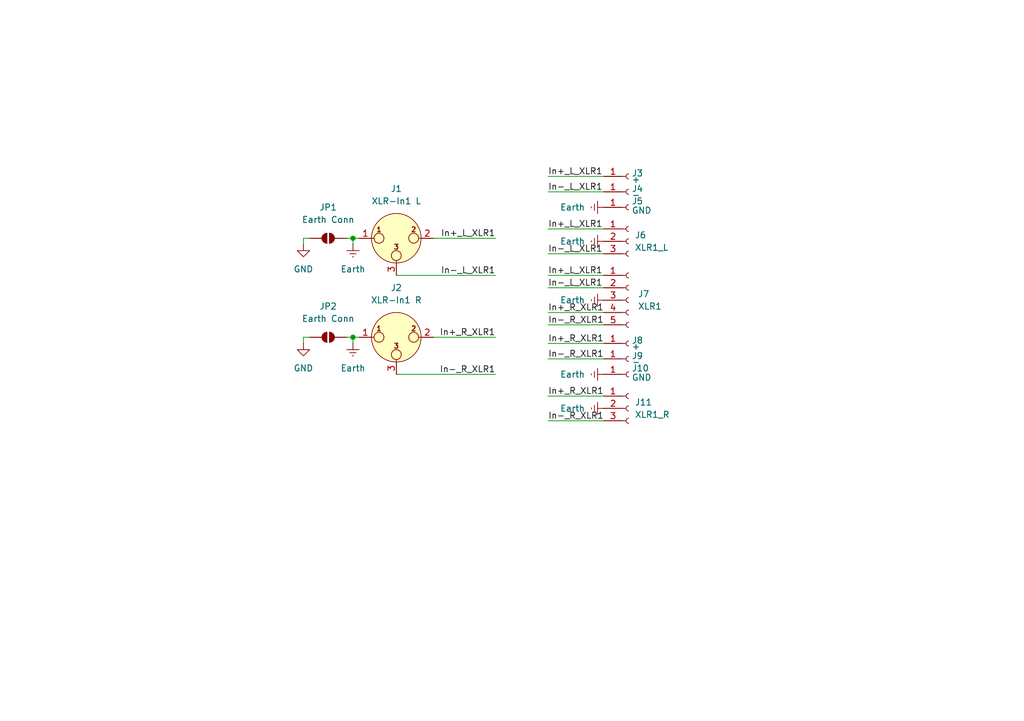
<source format=kicad_sch>
(kicad_sch (version 20250114) (generator "eeschema") (generator_version "9.0")
  (paper "A5")
  (lib_symbols
    (symbol "Connector:Conn_01x01_Socket" (pin_names (offset 1.016) (hide yes))
      (property "Reference" "J" (at 0 2.54 0))
      (property "Value" "Conn_01x01_Socket" (at 0 -2.54 0))
      (symbol "Conn_01x01_Socket_1_1"
        (polyline (pts (xy -1.27 0) (xy -0.508 0)) (stroke (width 0.1524)))
        (arc (start 0 -0.508) (mid -0.5058 0) (end 0 0.508) (stroke (width 0.1524)))
        (pin passive line (at -5.08 0 0) (length 3.81) (name "Pin_1") (number "1"))
      )
    )
    (symbol "Connector:Conn_01x03_Socket" (pin_names (offset 1.016) (hide yes))
      (property "Reference" "J" (at 0 5.08 0))
      (property "Value" "Conn_01x03_Socket" (at 0 -5.08 0))
      (symbol "Conn_01x03_Socket_1_1"
        (polyline (pts (xy -1.27 2.54) (xy -0.508 2.54)) (stroke (width 0.1524)))
        (polyline (pts (xy -1.27 0) (xy -0.508 0)) (stroke (width 0.1524)))
        (polyline (pts (xy -1.27 -2.54) (xy -0.508 -2.54)) (stroke (width 0.1524)))
        (arc (start 0 2.032) (mid -0.5058 2.54) (end 0 3.048) (stroke (width 0.1524)))
        (arc (start 0 -0.508) (mid -0.5058 0) (end 0 0.508) (stroke (width 0.1524)))
        (arc (start 0 -3.048) (mid -0.5058 -2.54) (end 0 -2.032) (stroke (width 0.1524)))
        (pin passive line (at -5.08 2.54 0) (length 3.81) (name "Pin_1") (number "1"))
        (pin passive line (at -5.08 0 0) (length 3.81) (name "Pin_2") (number "2"))
        (pin passive line (at -5.08 -2.54 0) (length 3.81) (name "Pin_3") (number "3"))
      )
    )
    (symbol "Connector:Conn_01x05_Socket" (pin_names (offset 1.016) (hide yes))
      (property "Reference" "J" (at 0 7.62 0))
      (property "Value" "Conn_01x05_Socket" (at 0 -7.62 0))
      (symbol "Conn_01x05_Socket_1_1"
        (polyline (pts (xy -1.27 5.08) (xy -0.508 5.08)) (stroke (width 0.1524)))
        (polyline (pts (xy -1.27 2.54) (xy -0.508 2.54)) (stroke (width 0.1524)))
        (polyline (pts (xy -1.27 0) (xy -0.508 0)) (stroke (width 0.1524)))
        (polyline (pts (xy -1.27 -2.54) (xy -0.508 -2.54)) (stroke (width 0.1524)))
        (polyline (pts (xy -1.27 -5.08) (xy -0.508 -5.08)) (stroke (width 0.1524)))
        (arc (start 0 4.572) (mid -0.5058 5.08) (end 0 5.588) (stroke (width 0.1524)))
        (arc (start 0 2.032) (mid -0.5058 2.54) (end 0 3.048) (stroke (width 0.1524)))
        (arc (start 0 -0.508) (mid -0.5058 0) (end 0 0.508) (stroke (width 0.1524)))
        (arc (start 0 -3.048) (mid -0.5058 -2.54) (end 0 -2.032) (stroke (width 0.1524)))
        (arc (start 0 -5.588) (mid -0.5058 -5.08) (end 0 -4.572) (stroke (width 0.1524)))
        (pin passive line (at -5.08 5.08 0) (length 3.81) (name "Pin_1") (number "1"))
        (pin passive line (at -5.08 2.54 0) (length 3.81) (name "Pin_2") (number "2"))
        (pin passive line (at -5.08 0 0) (length 3.81) (name "Pin_3") (number "3"))
        (pin passive line (at -5.08 -2.54 0) (length 3.81) (name "Pin_4") (number "4"))
        (pin passive line (at -5.08 -5.08 0) (length 3.81) (name "Pin_5") (number "5"))
      )
    )
    (symbol "Connector_Audio:NC3FAH1" (pin_names (hide yes))
      (property "Reference" "J" (at 0 8.89 0))
      (property "Value" "NC3FAH1" (at 0 6.35 0))
      (symbol "NC3FAH1_0_1"
        (polyline (pts (xy -5.08 0) (xy -4.572 0)))
        (circle (center -3.556 0) (radius 1.016))
        (circle (center 0 0) (radius 5.08) (fill (type background)))
        (circle (center 0 -3.556) (radius 1.016))
        (polyline (pts (xy 0 -5.08) (xy 0 -4.572)))
        (circle (center 3.556 0) (radius 1.016))
        (polyline (pts (xy 5.08 0) (xy 4.572 0)))
        (text "1" (at -3.556 1.778 0) (effects (font (size 1.016 1.016) (bold yes))))
        (text "3" (at 0 -1.778 0) (effects (font (size 1.016 1.016) (bold yes))))
        (text "2" (at 3.556 1.778 0) (effects (font (size 1.016 1.016) (bold yes))))
        (pin passive line (at -7.62 0 0) (length 2.54) (name "~") (number "1"))
        (pin passive line (at 0 -7.62 90) (length 2.54) (name "~") (number "3"))
        (pin passive line (at 7.62 0 180) (length 2.54) (name "~") (number "2"))
      )
    )
    (symbol "Jumper:SolderJumper_2_Open" (pin_numbers (hide yes)) (pin_names (offset 0) (hide yes)) (exclude_from_sim yes) (in_bom no)
      (property "Reference" "JP" (at 0 2.032 0))
      (property "Value" "SolderJumper_2_Open" (at 0 -2.54 0))
      (symbol "SolderJumper_2_Open_0_1"
        (polyline (pts (xy -0.254 1.016) (xy -0.254 -1.016)))
        (arc (start -0.254 -1.016) (mid -1.2656 0) (end -0.254 1.016))
        (arc (start -0.254 -1.016) (mid -1.2656 0) (end -0.254 1.016) (fill (type outline)))
        (arc (start 0.254 1.016) (mid 1.2656 0) (end 0.254 -1.016))
        (arc (start 0.254 1.016) (mid 1.2656 0) (end 0.254 -1.016) (fill (type outline)))
        (polyline (pts (xy 0.254 1.016) (xy 0.254 -1.016)))
      )
      (symbol "SolderJumper_2_Open_1_1"
        (pin passive line (at -3.81 0 0) (length 2.54) (name "A") (number "1"))
        (pin passive line (at 3.81 0 180) (length 2.54) (name "B") (number "2"))
      )
    )
    (symbol "power:Earth" (power) (pin_numbers (hide yes)) (pin_names (offset 0) (hide yes))
      (property "Value" "Earth" (at 0 -3.81 0))
      (symbol "Earth_0_1"
        (polyline (pts (xy -0.635 -1.905) (xy 0.635 -1.905)))
        (polyline (pts (xy -0.127 -2.54) (xy 0.127 -2.54)))
        (polyline (pts (xy 0 -1.27) (xy 0 0)))
        (polyline (pts (xy 1.27 -1.27) (xy -1.27 -1.27)))
      )
      (symbol "Earth_1_1"
        (pin power_in line (at 0 0 270) (length 0) (name "~") (number "1"))
      )
    )
    (symbol "power:GND" (power) (pin_numbers (hide yes)) (pin_names (offset 0) (hide yes))
      (property "Value" "GND" (at 0 -3.81 0))
      (symbol "GND_0_1"
        (polyline (pts (xy 0 0) (xy 0 -1.27) (xy 1.27 -1.27) (xy 0 -2.54) (xy -1.27 -1.27) (xy 0 -1.27)))
      )
      (symbol "GND_1_1"
        (pin power_in line (at 0 0 270) (length 0) (name "~") (number "1"))
      )
    )
  )
  (junction (at 72.39 69.215))
  (junction (at 72.39 48.895))
  (wire (pts (xy 112.395 70.485) (xy 123.825 70.485)))
  (wire (pts (xy 62.23 70.485) (xy 62.23 69.215)))
  (wire (pts (xy 101.6 69.215) (xy 88.9 69.215)))
  (wire (pts (xy 112.395 59.055) (xy 123.825 59.055)))
  (wire (pts (xy 112.395 39.37) (xy 123.825 39.37)))
  (wire (pts (xy 72.39 50.165) (xy 72.39 48.895)))
  (wire (pts (xy 112.395 56.515) (xy 123.825 56.515)))
  (wire (pts (xy 62.23 50.165) (xy 62.23 48.895)))
  (wire (pts (xy 72.39 70.485) (xy 72.39 69.215)))
  (wire (pts (xy 101.6 56.515) (xy 81.28 56.515)))
  (wire (pts (xy 112.395 66.675) (xy 123.825 66.675)))
  (wire (pts (xy 62.23 48.895) (xy 63.5 48.895)))
  (wire (pts (xy 71.12 48.895) (xy 72.39 48.895)))
  (wire (pts (xy 112.395 36.195) (xy 123.825 36.195)))
  (wire (pts (xy 101.6 48.895) (xy 88.9 48.895)))
  (wire (pts (xy 71.12 69.215) (xy 72.39 69.215)))
  (wire (pts (xy 112.395 64.135) (xy 123.825 64.135)))
  (wire (pts (xy 112.395 81.28) (xy 123.825 81.28)))
  (wire (pts (xy 72.39 48.895) (xy 73.66 48.895)))
  (wire (pts (xy 72.39 69.215) (xy 73.66 69.215)))
  (wire (pts (xy 112.395 73.66) (xy 123.825 73.66)))
  (wire (pts (xy 112.395 86.36) (xy 123.825 86.36)))
  (wire (pts (xy 112.395 46.99) (xy 123.825 46.99)))
  (wire (pts (xy 62.23 69.215) (xy 63.5 69.215)))
  (wire (pts (xy 101.6 76.835) (xy 81.28 76.835)))
  (wire (pts (xy 112.395 52.07) (xy 123.825 52.07)))
  (label "In+_R_XLR1" (at 101.6 69.215 180))
  (label "In+_L_XLR1" (at 112.395 46.99 0))
  (label "In+_R_XLR1" (at 112.395 70.485 0))
  (label "In-_R_XLR1" (at 101.6 76.835 180))
  (label "In+_L_XLR1" (at 112.395 56.515 0))
  (label "In-_L_XLR1" (at 112.395 39.37 0))
  (label "In-_R_XLR1" (at 112.395 66.675 0))
  (label "In-_L_XLR1" (at 112.395 52.07 0))
  (label "In-_L_XLR1" (at 112.395 59.055 0))
  (label "In+_R_XLR1" (at 112.395 64.135 0))
  (label "In+_L_XLR1" (at 112.395 36.195 0))
  (label "In-_R_XLR1" (at 112.395 86.36 0))
  (label "In+_L_XLR1" (at 101.6 48.895 180))
  (label "In+_R_XLR1" (at 112.395 81.28 0))
  (label "In-_R_XLR1" (at 112.395 73.66 0))
  (label "In-_L_XLR1" (at 101.6 56.515 180))
  (symbol (lib_id "Connector:Conn_01x01_Socket") (at 128.905 76.835 0) (unit 1)
    (property "Reference" "J10" (at 129.54 75.565 0) (effects (justify left)))
    (property "Value" "GND" (at 129.54 77.47 0) (effects (justify left)))
    (property "Footprint" "Connector_Pin:Pin_D1.3mm_L11.0mm" (effects (hide yes)))
    (property "Description" "Generic connector, single row, 01x01, script generated" (effects (hide yes)))
    (instances (project "C-Audio Input-Board (CIB)" (path "" (reference "J10") (unit 1)) (path "" (reference "J21") (unit 1))))
  )
  (symbol (lib_id "Connector:Conn_01x01_Socket") (at 128.905 73.66 0) (unit 1)
    (property "Reference" "J9" (at 129.54 73.025 0) (effects (justify left)))
    (property "Value" "-" (at 129.54 74.295 0) (effects (justify left)))
    (property "Footprint" "Connector_Pin:Pin_D1.3mm_L11.0mm" (effects (hide yes)))
    (property "Description" "Generic connector, single row, 01x01, script generated" (effects (hide yes)))
    (instances (project "C-Audio Input-Board (CIB)" (path "" (reference "J9") (unit 1)) (path "" (reference "J20") (unit 1))))
  )
  (symbol (lib_id "Connector:Conn_01x05_Socket") (at 128.905 61.595 0) (unit 1)
    (property "Reference" "J7" (at 130.81 60.3249 0) (effects (justify left)))
    (property "Value" "XLR1" (at 130.81 62.8649 0) (effects (justify left)))
    (property "Footprint" "Connector_JST:JST_EH_B5B-EH-A_1x05_P2.50mm_Vertical" (effects (hide yes)))
    (property "Description" "Generic connector, single row, 01x05, script generated" (effects (hide yes)))
    (instances (project "C-Audio Input-Board (CIB)" (path "" (reference "J7") (unit 1)) (path "" (reference "J18") (unit 1))))
  )
  (symbol (lib_id "power:Earth") (at 123.825 49.53 270) (unit 1)
    (property "Reference" "#PWR012" (effects (hide yes)))
    (property "Value" "Earth" (at 120.015 49.5299 90) (effects (justify right)))
    (property "Description" "Power symbol creates a global label with name \"Earth\"" (effects (hide yes)))
    (instances (project "C-Audio Input-Board (CIB)" (path "" (reference "#PWR012") (unit 1)) (path "" (reference "#PWR021") (unit 1))))
  )
  (symbol (lib_id "Jumper:SolderJumper_2_Open") (at 67.31 48.895 0) (unit 1) (exclude_from_sim yes) (in_bom no)
    (property "Reference" "JP1" (at 67.31 42.545 0))
    (property "Value" "Earth Conn" (at 67.31 45.085 0))
    (property "Footprint" "Jumper:SolderJumper-2_P1.3mm_Open_TrianglePad1.0x1.5mm" (effects (hide yes)))
    (property "Description" "Solder Jumper, 2-pole, open" (effects (hide yes)))
    (instances (project "C-Audio Input-Board (CIB)" (path "" (reference "JP1") (unit 1)) (path "" (reference "JP3") (unit 1))))
  )
  (symbol (lib_id "power:Earth") (at 123.825 76.835 270) (unit 1)
    (property "Reference" "#PWR014" (effects (hide yes)))
    (property "Value" "Earth" (at 120.015 76.8349 90) (effects (justify right)))
    (property "Description" "Power symbol creates a global label with name \"Earth\"" (effects (hide yes)))
    (instances (project "C-Audio Input-Board (CIB)" (path "" (reference "#PWR014") (unit 1)) (path "" (reference "#PWR023") (unit 1))))
  )
  (symbol (lib_id "power:Earth") (at 72.39 50.165 0) (unit 1)
    (property "Reference" "#PWR03" (effects (hide yes)))
    (property "Value" "Earth" (at 72.39 55.245 0))
    (property "Description" "Power symbol creates a global label with name \"Earth\"" (effects (hide yes)))
    (instances (project "C-Audio Input-Board (CIB)" (path "" (reference "#PWR03") (unit 1)) (path "" (reference "#PWR018") (unit 1))))
  )
  (symbol (lib_id "Connector:Conn_01x01_Socket") (at 128.905 70.485 0) (unit 1)
    (property "Reference" "J8" (at 129.54 69.85 0) (effects (justify left)))
    (property "Value" "+" (at 129.54 71.12 0) (effects (justify left)))
    (property "Footprint" "Connector_Pin:Pin_D1.3mm_L11.0mm" (effects (hide yes)))
    (property "Description" "Generic connector, single row, 01x01, script generated" (effects (hide yes)))
    (instances (project "C-Audio Input-Board (CIB)" (path "" (reference "J8") (unit 1)) (path "" (reference "J19") (unit 1))))
  )
  (symbol (lib_id "power:Earth") (at 72.39 70.485 0) (unit 1)
    (property "Reference" "#PWR04" (effects (hide yes)))
    (property "Value" "Earth" (at 72.39 75.565 0))
    (property "Description" "Power symbol creates a global label with name \"Earth\"" (effects (hide yes)))
    (instances (project "C-Audio Input-Board (CIB)" (path "" (reference "#PWR04") (unit 1)) (path "" (reference "#PWR019") (unit 1))))
  )
  (symbol (lib_id "Connector:Conn_01x01_Socket") (at 128.905 36.195 0) (unit 1)
    (property "Reference" "J3" (at 129.54 35.56 0) (effects (justify left)))
    (property "Value" "+" (at 129.54 36.83 0) (effects (justify left)))
    (property "Footprint" "Connector_Pin:Pin_D1.3mm_L11.0mm" (effects (hide yes)))
    (property "Description" "Generic connector, single row, 01x01, script generated" (effects (hide yes)))
    (instances (project "C-Audio Input-Board (CIB)" (path "" (reference "J3") (unit 1)) (path "" (reference "J14") (unit 1))))
  )
  (symbol (lib_id "Connector:Conn_01x01_Socket") (at 128.905 39.37 0) (unit 1)
    (property "Reference" "J4" (at 129.54 38.735 0) (effects (justify left)))
    (property "Value" "-" (at 129.54 40.005 0) (effects (justify left)))
    (property "Footprint" "Connector_Pin:Pin_D1.3mm_L11.0mm" (effects (hide yes)))
    (property "Description" "Generic connector, single row, 01x01, script generated" (effects (hide yes)))
    (instances (project "C-Audio Input-Board (CIB)" (path "" (reference "J4") (unit 1)) (path "" (reference "J15") (unit 1))))
  )
  (symbol (lib_id "power:Earth") (at 123.825 42.545 270) (unit 1)
    (property "Reference" "#PWR011" (effects (hide yes)))
    (property "Value" "Earth" (at 120.015 42.5449 90) (effects (justify right)))
    (property "Description" "Power symbol creates a global label with name \"Earth\"" (effects (hide yes)))
    (instances (project "C-Audio Input-Board (CIB)" (path "" (reference "#PWR011") (unit 1)) (path "" (reference "#PWR020") (unit 1))))
  )
  (symbol (lib_id "Connector:Conn_01x01_Socket") (at 128.905 42.545 0) (unit 1)
    (property "Reference" "J5" (at 129.54 41.275 0) (effects (justify left)))
    (property "Value" "GND" (at 129.54 43.18 0) (effects (justify left)))
    (property "Footprint" "Connector_Pin:Pin_D1.3mm_L11.0mm" (effects (hide yes)))
    (property "Description" "Generic connector, single row, 01x01, script generated" (effects (hide yes)))
    (instances (project "C-Audio Input-Board (CIB)" (path "" (reference "J5") (unit 1)) (path "" (reference "J16") (unit 1))))
  )
  (symbol (lib_id "Connector_Audio:NC3FAH1") (at 81.28 48.895 0) (unit 1)
    (property "Reference" "J1" (at 81.28 38.735 0))
    (property "Value" "XLR-In1 L" (at 81.28 41.275 0))
    (property "Footprint" "Connector_Audio:Jack_XLR_Neutrik_NC3FAH1_Horizontal" (effects (hide yes)))
    (property "Datasheet" "https://www.neutrik.com/en/product/nc3fah1" (effects (hide yes)))
    (property "Description" "A Series, 3 pole female XLR receptacle, grounding: mating connector shell to pin1 and front panel, horizontal PCB mount" (effects (hide yes)))
    (instances (project "C-Audio Input-Board (CIB)" (path "" (reference "J1") (unit 1)) (path "" (reference "J12") (unit 1))))
  )
  (symbol (lib_id "power:Earth") (at 123.825 61.595 270) (unit 1)
    (property "Reference" "#PWR013" (effects (hide yes)))
    (property "Value" "Earth" (at 120.015 61.5949 90) (effects (justify right)))
    (property "Description" "Power symbol creates a global label with name \"Earth\"" (effects (hide yes)))
    (instances (project "C-Audio Input-Board (CIB)" (path "" (reference "#PWR013") (unit 1)) (path "" (reference "#PWR022") (unit 1))))
  )
  (symbol (lib_id "Connector:Conn_01x03_Socket") (at 128.905 49.53 0) (unit 1)
    (property "Reference" "J6" (at 130.175 48.2599 0) (effects (justify left)))
    (property "Value" "XLR1_L" (at 130.175 50.7999 0) (effects (justify left)))
    (property "Footprint" "Connector_JST:JST_EH_B3B-EH-A_1x03_P2.50mm_Vertical" (effects (hide yes)))
    (property "Description" "Generic connector, single row, 01x03, script generated" (effects (hide yes)))
    (instances (project "C-Audio Input-Board (CIB)" (path "" (reference "J6") (unit 1)) (path "" (reference "J17") (unit 1))))
  )
  (symbol (lib_id "power:GND") (at 62.23 70.485 0) (unit 1)
    (property "Reference" "#PWR02" (effects (hide yes)))
    (property "Value" "GND" (at 62.23 75.565 0))
    (property "Description" "Power symbol creates a global label with name \"GND\" , ground" (effects (hide yes)))
    (instances (project "C-Audio Input-Board (CIB)" (path "" (reference "#PWR02") (unit 1)) (path "" (reference "#PWR017") (unit 1))))
  )
  (symbol (lib_id "power:GND") (at 62.23 50.165 0) (unit 1)
    (property "Reference" "#PWR01" (effects (hide yes)))
    (property "Value" "GND" (at 62.23 55.245 0))
    (property "Description" "Power symbol creates a global label with name \"GND\" , ground" (effects (hide yes)))
    (instances (project "C-Audio Input-Board (CIB)" (path "" (reference "#PWR01") (unit 1)) (path "" (reference "#PWR016") (unit 1))))
  )
  (symbol (lib_id "power:Earth") (at 123.825 83.82 270) (unit 1)
    (property "Reference" "#PWR015" (effects (hide yes)))
    (property "Value" "Earth" (at 120.015 83.8199 90) (effects (justify right)))
    (property "Description" "Power symbol creates a global label with name \"Earth\"" (effects (hide yes)))
    (instances (project "C-Audio Input-Board (CIB)" (path "" (reference "#PWR015") (unit 1)) (path "" (reference "#PWR024") (unit 1))))
  )
  (symbol (lib_id "Jumper:SolderJumper_2_Open") (at 67.31 69.215 0) (unit 1) (exclude_from_sim yes) (in_bom no)
    (property "Reference" "JP2" (at 67.31 62.865 0))
    (property "Value" "Earth Conn" (at 67.31 65.405 0))
    (property "Footprint" "Jumper:SolderJumper-2_P1.3mm_Open_TrianglePad1.0x1.5mm" (effects (hide yes)))
    (property "Description" "Solder Jumper, 2-pole, open" (effects (hide yes)))
    (instances (project "C-Audio Input-Board (CIB)" (path "" (reference "JP2") (unit 1)) (path "" (reference "JP4") (unit 1))))
  )
  (symbol (lib_id "Connector_Audio:NC3FAH1") (at 81.28 69.215 0) (unit 1)
    (property "Reference" "J2" (at 81.28 59.055 0))
    (property "Value" "XLR-In1 R" (at 81.28 61.595 0))
    (property "Footprint" "Connector_Audio:Jack_XLR_Neutrik_NC3FAH1_Horizontal" (effects (hide yes)))
    (property "Datasheet" "https://www.neutrik.com/en/product/nc3fah1" (effects (hide yes)))
    (property "Description" "A Series, 3 pole female XLR receptacle, grounding: mating connector shell to pin1 and front panel, horizontal PCB mount" (effects (hide yes)))
    (instances (project "C-Audio Input-Board (CIB)" (path "" (reference "J2") (unit 1)) (path "" (reference "J13") (unit 1))))
  )
  (symbol (lib_id "Connector:Conn_01x03_Socket") (at 128.905 83.82 0) (unit 1)
    (property "Reference" "J11" (at 130.175 82.5499 0) (effects (justify left)))
    (property "Value" "XLR1_R" (at 130.175 85.0899 0) (effects (justify left)))
    (property "Footprint" "Connector_JST:JST_EH_B3B-EH-A_1x03_P2.50mm_Vertical" (effects (hide yes)))
    (property "Description" "Generic connector, single row, 01x03, script generated" (effects (hide yes)))
    (instances (project "C-Audio Input-Board (CIB)" (path "" (reference "J11") (unit 1)) (path "" (reference "J22") (unit 1))))
  )
)
</source>
